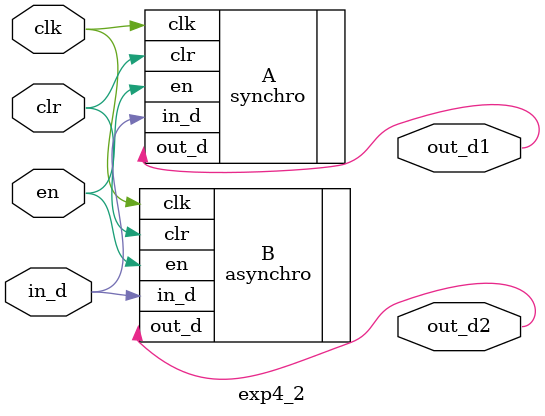
<source format=v>
module exp4_2(clk,in_d,en,out_d1,out_d2,clr);
	input clk;
	input in_d;
	input en;
	input clr;
	output out_d1,out_d2;
	synchro A (.clk(clk),.in_d(in_d),.en(en),.out_d(out_d1),.clr(clr));
	asynchro B (.clk(clk),.in_d(in_d),.en(en),.out_d(out_d2),.clr(clr));
endmodule

</source>
